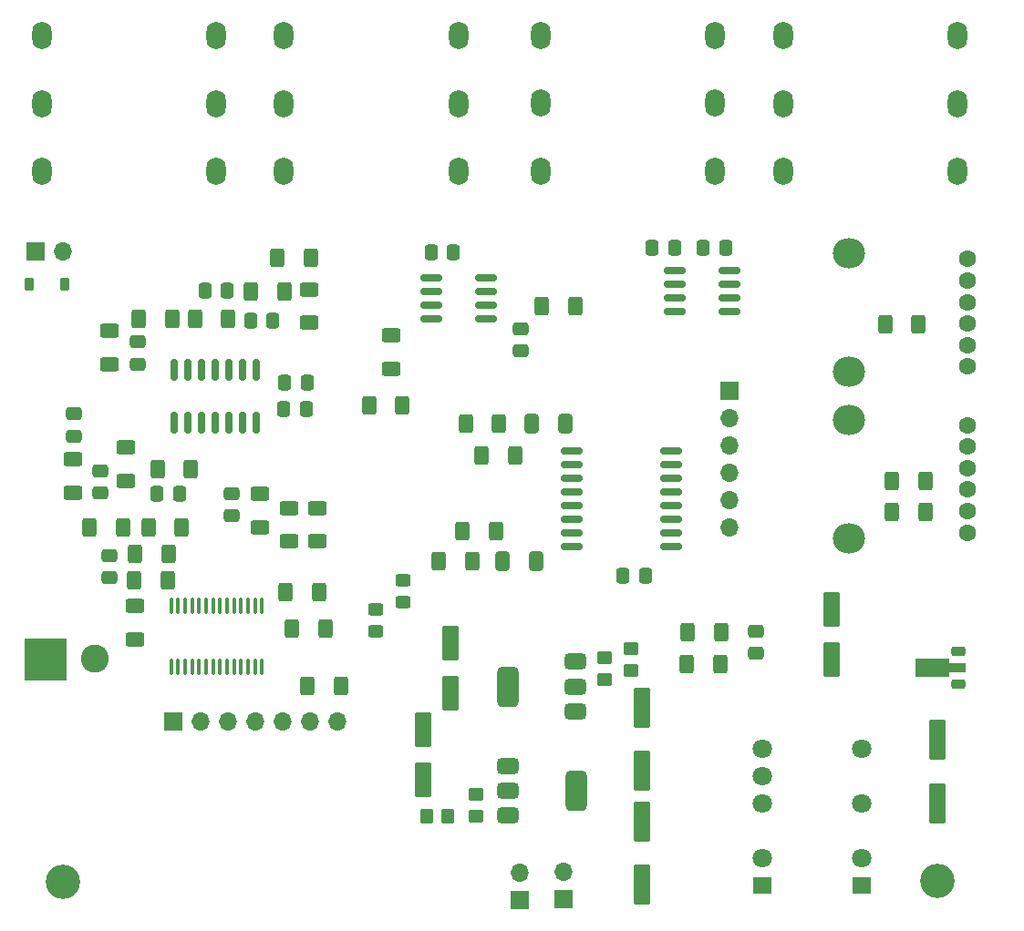
<source format=gbr>
%TF.GenerationSoftware,KiCad,Pcbnew,9.0.5*%
%TF.CreationDate,2025-11-16T19:00:17+01:00*%
%TF.ProjectId,OSCAR_Audio,4f534341-525f-4417-9564-696f2e6b6963,rev?*%
%TF.SameCoordinates,Original*%
%TF.FileFunction,Soldermask,Bot*%
%TF.FilePolarity,Negative*%
%FSLAX46Y46*%
G04 Gerber Fmt 4.6, Leading zero omitted, Abs format (unit mm)*
G04 Created by KiCad (PCBNEW 9.0.5) date 2025-11-16 19:00:17*
%MOMM*%
%LPD*%
G01*
G04 APERTURE LIST*
G04 Aperture macros list*
%AMRoundRect*
0 Rectangle with rounded corners*
0 $1 Rounding radius*
0 $2 $3 $4 $5 $6 $7 $8 $9 X,Y pos of 4 corners*
0 Add a 4 corners polygon primitive as box body*
4,1,4,$2,$3,$4,$5,$6,$7,$8,$9,$2,$3,0*
0 Add four circle primitives for the rounded corners*
1,1,$1+$1,$2,$3*
1,1,$1+$1,$4,$5*
1,1,$1+$1,$6,$7*
1,1,$1+$1,$8,$9*
0 Add four rect primitives between the rounded corners*
20,1,$1+$1,$2,$3,$4,$5,0*
20,1,$1+$1,$4,$5,$6,$7,0*
20,1,$1+$1,$6,$7,$8,$9,0*
20,1,$1+$1,$8,$9,$2,$3,0*%
%AMFreePoly0*
4,1,9,3.862500,-0.866500,0.737500,-0.866500,0.737500,-0.450000,-0.737500,-0.450000,-0.737500,0.450000,0.737500,0.450000,0.737500,0.866500,3.862500,0.866500,3.862500,-0.866500,3.862500,-0.866500,$1*%
G04 Aperture macros list end*
%ADD10R,1.700000X1.700000*%
%ADD11O,1.700000X1.700000*%
%ADD12O,3.000000X2.800000*%
%ADD13C,1.600000*%
%ADD14C,3.200000*%
%ADD15RoundRect,0.250000X-0.550000X1.625000X-0.550000X-1.625000X0.550000X-1.625000X0.550000X1.625000X0*%
%ADD16O,1.800000X2.600000*%
%ADD17RoundRect,0.250000X-0.337500X-0.475000X0.337500X-0.475000X0.337500X0.475000X-0.337500X0.475000X0*%
%ADD18RoundRect,0.250000X-0.625000X0.400000X-0.625000X-0.400000X0.625000X-0.400000X0.625000X0.400000X0*%
%ADD19RoundRect,0.250000X-0.400000X-0.625000X0.400000X-0.625000X0.400000X0.625000X-0.400000X0.625000X0*%
%ADD20RoundRect,0.250000X0.337500X0.475000X-0.337500X0.475000X-0.337500X-0.475000X0.337500X-0.475000X0*%
%ADD21RoundRect,0.250000X0.625000X-0.400000X0.625000X0.400000X-0.625000X0.400000X-0.625000X-0.400000X0*%
%ADD22RoundRect,0.250000X-0.475000X0.337500X-0.475000X-0.337500X0.475000X-0.337500X0.475000X0.337500X0*%
%ADD23RoundRect,0.150000X0.150000X-0.825000X0.150000X0.825000X-0.150000X0.825000X-0.150000X-0.825000X0*%
%ADD24RoundRect,0.250000X0.450000X-0.350000X0.450000X0.350000X-0.450000X0.350000X-0.450000X-0.350000X0*%
%ADD25RoundRect,0.250000X0.400000X0.625000X-0.400000X0.625000X-0.400000X-0.625000X0.400000X-0.625000X0*%
%ADD26RoundRect,0.375000X-0.625000X-0.375000X0.625000X-0.375000X0.625000X0.375000X-0.625000X0.375000X0*%
%ADD27RoundRect,0.500000X-0.500000X-1.400000X0.500000X-1.400000X0.500000X1.400000X-0.500000X1.400000X0*%
%ADD28RoundRect,0.250000X-0.550000X1.375000X-0.550000X-1.375000X0.550000X-1.375000X0.550000X1.375000X0*%
%ADD29RoundRect,0.225000X0.425000X0.225000X-0.425000X0.225000X-0.425000X-0.225000X0.425000X-0.225000X0*%
%ADD30FreePoly0,180.000000*%
%ADD31R,1.800000X1.500000*%
%ADD32C,1.800000*%
%ADD33RoundRect,0.100000X0.100000X-0.637500X0.100000X0.637500X-0.100000X0.637500X-0.100000X-0.637500X0*%
%ADD34RoundRect,0.250000X0.475000X-0.337500X0.475000X0.337500X-0.475000X0.337500X-0.475000X-0.337500X0*%
%ADD35RoundRect,0.225000X-0.225000X-0.375000X0.225000X-0.375000X0.225000X0.375000X-0.225000X0.375000X0*%
%ADD36RoundRect,0.250000X-0.450000X0.350000X-0.450000X-0.350000X0.450000X-0.350000X0.450000X0.350000X0*%
%ADD37RoundRect,0.150000X0.875000X0.150000X-0.875000X0.150000X-0.875000X-0.150000X0.875000X-0.150000X0*%
%ADD38RoundRect,0.375000X0.625000X0.375000X-0.625000X0.375000X-0.625000X-0.375000X0.625000X-0.375000X0*%
%ADD39RoundRect,0.500000X0.500000X1.400000X-0.500000X1.400000X-0.500000X-1.400000X0.500000X-1.400000X0*%
%ADD40RoundRect,0.162500X-0.825000X-0.162500X0.825000X-0.162500X0.825000X0.162500X-0.825000X0.162500X0*%
%ADD41RoundRect,0.250000X-0.350000X-0.450000X0.350000X-0.450000X0.350000X0.450000X-0.350000X0.450000X0*%
%ADD42R,4.000000X4.000000*%
%ADD43RoundRect,0.250000X0.450000X-0.325000X0.450000X0.325000X-0.450000X0.325000X-0.450000X-0.325000X0*%
%ADD44RoundRect,0.162500X0.825000X0.162500X-0.825000X0.162500X-0.825000X-0.162500X0.825000X-0.162500X0*%
%ADD45RoundRect,0.250000X0.412500X0.650000X-0.412500X0.650000X-0.412500X-0.650000X0.412500X-0.650000X0*%
%ADD46C,2.600000*%
G04 APERTURE END LIST*
D10*
%TO.C,J5*%
X127870000Y-113180000D03*
D11*
X130410000Y-113180000D03*
X132950000Y-113180000D03*
X135490000Y-113180000D03*
X138030000Y-113180000D03*
X140570000Y-113180000D03*
X143110000Y-113180000D03*
%TD*%
D10*
%TO.C,J6*%
X179500000Y-82420000D03*
D11*
X179500000Y-84960000D03*
X179500000Y-87500000D03*
X179500000Y-90040000D03*
X179500000Y-92580000D03*
X179500000Y-95120000D03*
%TD*%
D12*
%TO.C,RV1*%
X190560000Y-80670000D03*
X190560000Y-69670000D03*
D13*
X201560000Y-76170000D03*
X201560000Y-74170000D03*
X201560000Y-72170000D03*
X201560000Y-78170000D03*
X201560000Y-80170000D03*
X201560000Y-70170000D03*
%TD*%
D14*
%TO.C,REF\u002A\u002A*%
X117630000Y-128040000D03*
%TD*%
D10*
%TO.C,J8*%
X164040000Y-129700000D03*
D11*
X164040000Y-127160000D03*
%TD*%
D14*
%TO.C,REF\u002A\u002A*%
X198790000Y-127940000D03*
%TD*%
D12*
%TO.C,RV2*%
X190560000Y-96100000D03*
X190560000Y-85100000D03*
D13*
X201560000Y-91600000D03*
X201560000Y-89600000D03*
X201560000Y-87600000D03*
X201560000Y-93600000D03*
X201560000Y-95600000D03*
X201560000Y-85600000D03*
%TD*%
D10*
%TO.C,J7*%
X160010000Y-129710000D03*
D11*
X160010000Y-127170000D03*
%TD*%
D10*
%TO.C,J9*%
X115015000Y-69480000D03*
D11*
X117555000Y-69480000D03*
%TD*%
D15*
%TO.C,C30*%
X171380000Y-122465000D03*
X171380000Y-128315000D03*
%TD*%
D16*
%TO.C,J3*%
X154300000Y-55710000D03*
X138100000Y-55710000D03*
X154300000Y-49410000D03*
X138100000Y-49410000D03*
X154300000Y-62010000D03*
X138100000Y-62010000D03*
%TD*%
D17*
%TO.C,C21*%
X177032500Y-69150000D03*
X179107500Y-69150000D03*
%TD*%
D18*
%TO.C,R23*%
X124280000Y-102400000D03*
X124280000Y-105500000D03*
%TD*%
D19*
%TO.C,R3*%
X154990000Y-85470000D03*
X158090000Y-85470000D03*
%TD*%
D20*
%TO.C,C10*%
X128407500Y-92010000D03*
X126332500Y-92010000D03*
%TD*%
D21*
%TO.C,R32*%
X123400000Y-90800000D03*
X123400000Y-87700000D03*
%TD*%
D22*
%TO.C,C20*%
X124550000Y-77862500D03*
X124550000Y-79937500D03*
%TD*%
D23*
%TO.C,U2*%
X135540000Y-85382500D03*
X134270000Y-85382500D03*
X133000000Y-85382500D03*
X131730000Y-85382500D03*
X130460000Y-85382500D03*
X129190000Y-85382500D03*
X127920000Y-85382500D03*
X127920000Y-80432500D03*
X129190000Y-80432500D03*
X130460000Y-80432500D03*
X131730000Y-80432500D03*
X133000000Y-80432500D03*
X134270000Y-80432500D03*
X135540000Y-80432500D03*
%TD*%
D21*
%TO.C,R4*%
X138570000Y-96410000D03*
X138570000Y-93310000D03*
%TD*%
D24*
%TO.C,R45*%
X167920000Y-109260000D03*
X167920000Y-107260000D03*
%TD*%
D19*
%TO.C,R19*%
X146000000Y-83800000D03*
X149100000Y-83800000D03*
%TD*%
%TO.C,R50*%
X175520000Y-107810000D03*
X178620000Y-107810000D03*
%TD*%
%TO.C,R30*%
X137520000Y-70070000D03*
X140620000Y-70070000D03*
%TD*%
D20*
%TO.C,C26*%
X140257500Y-81640000D03*
X138182500Y-81640000D03*
%TD*%
D25*
%TO.C,R16*%
X138130000Y-73200000D03*
X135030000Y-73200000D03*
%TD*%
%TO.C,R21*%
X127330000Y-100020000D03*
X124230000Y-100020000D03*
%TD*%
D19*
%TO.C,R18*%
X194570000Y-93640000D03*
X197670000Y-93640000D03*
%TD*%
D16*
%TO.C,J1*%
X178160000Y-55700000D03*
X161960000Y-55700000D03*
X178160000Y-49400000D03*
X161960000Y-49400000D03*
X178160000Y-62000000D03*
X161960000Y-62000000D03*
%TD*%
D26*
%TO.C,U7*%
X158930000Y-121880000D03*
X158930000Y-119580000D03*
D27*
X165230000Y-119580000D03*
D26*
X158930000Y-117280000D03*
%TD*%
D17*
%TO.C,C13*%
X134992500Y-75910000D03*
X137067500Y-75910000D03*
%TD*%
D16*
%TO.C,J4*%
X131820000Y-55720000D03*
X115620000Y-55720000D03*
X131820000Y-49420000D03*
X115620000Y-49420000D03*
X131820000Y-62020000D03*
X115620000Y-62020000D03*
%TD*%
D19*
%TO.C,R38*%
X138840000Y-104520000D03*
X141940000Y-104520000D03*
%TD*%
D18*
%TO.C,R15*%
X140480000Y-73000000D03*
X140480000Y-76100000D03*
%TD*%
D28*
%TO.C,C28*%
X153560000Y-105840000D03*
X153560000Y-110490000D03*
%TD*%
D21*
%TO.C,R27*%
X118530000Y-91880000D03*
X118530000Y-88780000D03*
%TD*%
D25*
%TO.C,R33*%
X159580000Y-88410000D03*
X156480000Y-88410000D03*
%TD*%
D29*
%TO.C,U8*%
X200770000Y-106670000D03*
D30*
X200682500Y-108170000D03*
D29*
X200770000Y-109670000D03*
%TD*%
D19*
%TO.C,R11*%
X126380000Y-89690000D03*
X129480000Y-89690000D03*
%TD*%
D31*
%TO.C,PS2*%
X191780000Y-128370000D03*
D32*
X191780000Y-125830000D03*
X191780000Y-120750000D03*
X191780000Y-115670000D03*
%TD*%
D20*
%TO.C,C24*%
X174377500Y-69090000D03*
X172302500Y-69090000D03*
%TD*%
D25*
%TO.C,R17*%
X127370000Y-97560000D03*
X124270000Y-97560000D03*
%TD*%
D24*
%TO.C,R48*%
X155900000Y-121930000D03*
X155900000Y-119930000D03*
%TD*%
D17*
%TO.C,C22*%
X151772500Y-69560000D03*
X153847500Y-69560000D03*
%TD*%
D22*
%TO.C,C1*%
X133290000Y-91942500D03*
X133290000Y-94017500D03*
%TD*%
D31*
%TO.C,PS1*%
X182530000Y-128370000D03*
D32*
X182530000Y-125830000D03*
X182530000Y-120750000D03*
X182530000Y-118210000D03*
X182530000Y-115670000D03*
%TD*%
D33*
%TO.C,U3*%
X136080000Y-108080000D03*
X135430000Y-108080000D03*
X134780000Y-108080000D03*
X134130000Y-108080000D03*
X133480000Y-108080000D03*
X132830000Y-108080000D03*
X132180000Y-108080000D03*
X131530000Y-108080000D03*
X130880000Y-108080000D03*
X130230000Y-108080000D03*
X129580000Y-108080000D03*
X128930000Y-108080000D03*
X128280000Y-108080000D03*
X127630000Y-108080000D03*
X127630000Y-102355000D03*
X128280000Y-102355000D03*
X128930000Y-102355000D03*
X129580000Y-102355000D03*
X130230000Y-102355000D03*
X130880000Y-102355000D03*
X131530000Y-102355000D03*
X132180000Y-102355000D03*
X132830000Y-102355000D03*
X133480000Y-102355000D03*
X134130000Y-102355000D03*
X134780000Y-102355000D03*
X135430000Y-102355000D03*
X136080000Y-102355000D03*
%TD*%
D19*
%TO.C,R49*%
X175590000Y-104840000D03*
X178690000Y-104840000D03*
%TD*%
D34*
%TO.C,C25*%
X160130000Y-78707500D03*
X160130000Y-76632500D03*
%TD*%
D15*
%TO.C,C38*%
X198760000Y-114880000D03*
X198760000Y-120730000D03*
%TD*%
D35*
%TO.C,D1*%
X114470000Y-72500000D03*
X117770000Y-72500000D03*
%TD*%
D19*
%TO.C,R37*%
X138270000Y-101120000D03*
X141370000Y-101120000D03*
%TD*%
D16*
%TO.C,J2*%
X200650000Y-55720000D03*
X184450000Y-55720000D03*
X200650000Y-49420000D03*
X184450000Y-49420000D03*
X200650000Y-62020000D03*
X184450000Y-62020000D03*
%TD*%
D22*
%TO.C,C17*%
X118580000Y-84565000D03*
X118580000Y-86640000D03*
%TD*%
D19*
%TO.C,R29*%
X194570000Y-90830000D03*
X197670000Y-90830000D03*
%TD*%
D34*
%TO.C,C14*%
X121890000Y-99807500D03*
X121890000Y-97732500D03*
%TD*%
D36*
%TO.C,R46*%
X170310000Y-106410000D03*
X170310000Y-108410000D03*
%TD*%
D17*
%TO.C,C16*%
X130772500Y-73080000D03*
X132847500Y-73080000D03*
%TD*%
D19*
%TO.C,R31*%
X124610000Y-75740000D03*
X127710000Y-75740000D03*
%TD*%
D37*
%TO.C,U5*%
X174100000Y-87980000D03*
X174100000Y-89250000D03*
X174100000Y-90520000D03*
X174100000Y-91790000D03*
X174100000Y-93060000D03*
X174100000Y-94330000D03*
X174100000Y-95600000D03*
X174100000Y-96870000D03*
X164800000Y-96870000D03*
X164800000Y-95600000D03*
X164800000Y-94330000D03*
X164800000Y-93060000D03*
X164800000Y-91790000D03*
X164800000Y-90520000D03*
X164800000Y-89250000D03*
X164800000Y-87980000D03*
%TD*%
D38*
%TO.C,U6*%
X165170000Y-107592500D03*
X165170000Y-109892500D03*
D39*
X158870000Y-109892500D03*
D38*
X165170000Y-112192500D03*
%TD*%
D25*
%TO.C,R22*%
X157800000Y-95430000D03*
X154700000Y-95430000D03*
%TD*%
D40*
%TO.C,U1*%
X174375000Y-75040000D03*
X174375000Y-73770000D03*
X174375000Y-72500000D03*
X174375000Y-71230000D03*
X179450000Y-71230000D03*
X179450000Y-72500000D03*
X179450000Y-73770000D03*
X179450000Y-75040000D03*
%TD*%
D41*
%TO.C,R47*%
X151330000Y-121990000D03*
X153330000Y-121990000D03*
%TD*%
D18*
%TO.C,R35*%
X121920000Y-76840000D03*
X121920000Y-79940000D03*
%TD*%
D42*
%TO.C,TP1*%
X116010000Y-107410000D03*
%TD*%
D17*
%TO.C,C42*%
X169582500Y-99610000D03*
X171657500Y-99610000D03*
%TD*%
D19*
%TO.C,R7*%
X193940000Y-76250000D03*
X197040000Y-76250000D03*
%TD*%
D43*
%TO.C,FB4*%
X146630000Y-104795000D03*
X146630000Y-102745000D03*
%TD*%
D25*
%TO.C,R26*%
X123170000Y-95090000D03*
X120070000Y-95090000D03*
%TD*%
D22*
%TO.C,C45*%
X181900000Y-104742500D03*
X181900000Y-106817500D03*
%TD*%
D28*
%TO.C,C31*%
X151020000Y-113905000D03*
X151020000Y-118555000D03*
%TD*%
D19*
%TO.C,R20*%
X129840000Y-75760000D03*
X132940000Y-75760000D03*
%TD*%
D25*
%TO.C,R28*%
X128630000Y-95110000D03*
X125530000Y-95110000D03*
%TD*%
D19*
%TO.C,R25*%
X162080000Y-74540000D03*
X165180000Y-74540000D03*
%TD*%
D28*
%TO.C,C37*%
X188940000Y-102770000D03*
X188940000Y-107420000D03*
%TD*%
D44*
%TO.C,U4*%
X156867500Y-71945000D03*
X156867500Y-73215000D03*
X156867500Y-74485000D03*
X156867500Y-75755000D03*
X151792500Y-75755000D03*
X151792500Y-74485000D03*
X151792500Y-73215000D03*
X151792500Y-71945000D03*
%TD*%
D21*
%TO.C,R1*%
X135890000Y-95090000D03*
X135890000Y-91990000D03*
%TD*%
D43*
%TO.C,FB2*%
X149130000Y-102095000D03*
X149130000Y-100045000D03*
%TD*%
D18*
%TO.C,R36*%
X148050000Y-77280000D03*
X148050000Y-80380000D03*
%TD*%
D19*
%TO.C,R9*%
X152490000Y-98250000D03*
X155590000Y-98250000D03*
%TD*%
D21*
%TO.C,R8*%
X141240000Y-96410000D03*
X141240000Y-93310000D03*
%TD*%
D15*
%TO.C,C27*%
X171340000Y-111870000D03*
X171340000Y-117720000D03*
%TD*%
D45*
%TO.C,C8*%
X161512500Y-98240000D03*
X158387500Y-98240000D03*
%TD*%
D34*
%TO.C,C18*%
X121040000Y-91900000D03*
X121040000Y-89825000D03*
%TD*%
D46*
%TO.C,TP2*%
X120580000Y-107340000D03*
%TD*%
D19*
%TO.C,R39*%
X140320000Y-109860000D03*
X143420000Y-109860000D03*
%TD*%
D45*
%TO.C,C3*%
X164202500Y-85500000D03*
X161077500Y-85500000D03*
%TD*%
D17*
%TO.C,C23*%
X138082500Y-84070000D03*
X140157500Y-84070000D03*
%TD*%
M02*

</source>
